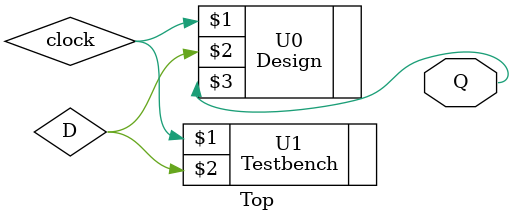
<source format=v>
`timescale 1ns / 1ps


module Top(

output Q
    );
    
   wire clock,D;
   
Design U0(
      clock,
      D,
      Q
      );
   Testbench U1(
   clock,
   D
   );
   

   
   
    
    
endmodule

</source>
